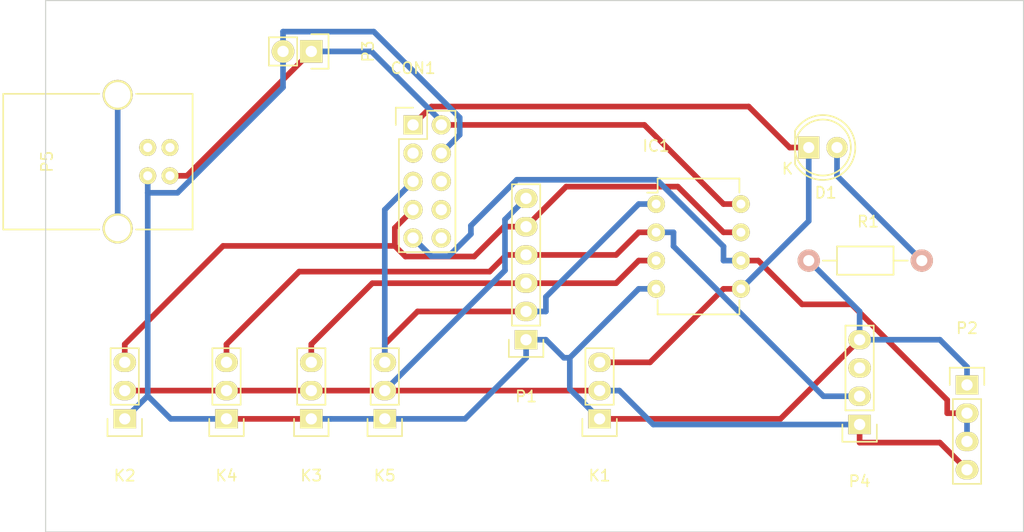
<source format=kicad_pcb>
(kicad_pcb (version 4) (host pcbnew 4.0.1-3.201512221402+6198~38~ubuntu14.04.1-stable)

  (general
    (links 41)
    (no_connects 0)
    (area 16.728999 160.985999 109.270001 208.838001)
    (thickness 1.6)
    (drawings 4)
    (tracks 122)
    (zones 0)
    (modules 14)
    (nets 19)
  )

  (page A4)
  (layers
    (0 F.Cu signal)
    (31 B.Cu signal)
    (32 B.Adhes user)
    (33 F.Adhes user)
    (34 B.Paste user)
    (35 F.Paste user)
    (36 B.SilkS user)
    (37 F.SilkS user)
    (38 B.Mask user)
    (39 F.Mask user)
    (40 Dwgs.User user)
    (41 Cmts.User user)
    (42 Eco1.User user)
    (43 Eco2.User user)
    (44 Edge.Cuts user)
  )

  (setup
    (last_trace_width 0.508)
    (trace_clearance 0.508)
    (zone_clearance 0.508)
    (zone_45_only no)
    (trace_min 0.254)
    (segment_width 0.2)
    (edge_width 0.1)
    (via_size 0.889)
    (via_drill 0.635)
    (via_min_size 0.889)
    (via_min_drill 0.508)
    (uvia_size 0.508)
    (uvia_drill 0.127)
    (uvias_allowed no)
    (uvia_min_size 0.508)
    (uvia_min_drill 0.127)
    (pcb_text_width 0.3)
    (pcb_text_size 1.5 1.5)
    (mod_edge_width 0.15)
    (mod_text_size 1 1)
    (mod_text_width 0.15)
    (pad_size 1.5 1.5)
    (pad_drill 0.6)
    (pad_to_mask_clearance 0)
    (aux_axis_origin 0 0)
    (visible_elements FFFFFFBF)
    (pcbplotparams
      (layerselection 0x00030_80000001)
      (usegerberextensions true)
      (excludeedgelayer true)
      (linewidth 0.150000)
      (plotframeref false)
      (viasonmask false)
      (mode 1)
      (useauxorigin false)
      (hpglpennumber 1)
      (hpglpenspeed 20)
      (hpglpendiameter 15)
      (hpglpenoverlay 2)
      (psnegative false)
      (psa4output false)
      (plotreference true)
      (plotvalue true)
      (plotinvisibletext false)
      (padsonsilk false)
      (subtractmaskfromsilk false)
      (outputformat 1)
      (mirror false)
      (drillshape 0)
      (scaleselection 1)
      (outputdirectory ""))
  )

  (net 0 "")
  (net 1 GND)
  (net 2 VCC)
  (net 3 "Net-(CON1-Pad1)")
  (net 4 "Net-(CON1-Pad2)")
  (net 5 "Net-(CON1-Pad3)")
  (net 6 "Net-(CON1-Pad5)")
  (net 7 "Net-(CON1-Pad6)")
  (net 8 "Net-(CON1-Pad7)")
  (net 9 "Net-(CON1-Pad8)")
  (net 10 "Net-(CON1-Pad9)")
  (net 11 "Net-(CON1-Pad10)")
  (net 12 "Net-(D1-Pad2)")
  (net 13 "Net-(IC1-Pad2)")
  (net 14 "Net-(IC1-Pad3)")
  (net 15 "Net-(P4-Pad3)")
  (net 16 "Net-(P5-Pad2)")
  (net 17 "Net-(P5-Pad3)")
  (net 18 "Net-(P5-Pad5)")

  (net_class Default "This is the default net class."
    (clearance 0.508)
    (trace_width 0.508)
    (via_dia 0.889)
    (via_drill 0.635)
    (uvia_dia 0.508)
    (uvia_drill 0.127)
    (add_net GND)
    (add_net "Net-(CON1-Pad1)")
    (add_net "Net-(CON1-Pad10)")
    (add_net "Net-(CON1-Pad2)")
    (add_net "Net-(CON1-Pad3)")
    (add_net "Net-(CON1-Pad5)")
    (add_net "Net-(CON1-Pad6)")
    (add_net "Net-(CON1-Pad7)")
    (add_net "Net-(CON1-Pad8)")
    (add_net "Net-(CON1-Pad9)")
    (add_net "Net-(D1-Pad2)")
    (add_net "Net-(IC1-Pad2)")
    (add_net "Net-(IC1-Pad3)")
    (add_net "Net-(P4-Pad3)")
    (add_net "Net-(P5-Pad2)")
    (add_net "Net-(P5-Pad3)")
    (add_net "Net-(P5-Pad5)")
    (add_net VCC)
  )

  (module Pin_Headers:Pin_Header_Straight_2x05 (layer F.Cu) (tedit 0) (tstamp 56A3A7CD)
    (at 51.308 29.972)
    (descr "Through hole pin header")
    (tags "pin header")
    (path /5695753F)
    (fp_text reference CON1 (at 0 -5.1) (layer F.SilkS)
      (effects (font (size 1 1) (thickness 0.15)))
    )
    (fp_text value AVR-ISP-10 (at 0 -3.1) (layer F.Fab)
      (effects (font (size 1 1) (thickness 0.15)))
    )
    (fp_line (start -1.75 -1.75) (end -1.75 11.95) (layer F.CrtYd) (width 0.05))
    (fp_line (start 4.3 -1.75) (end 4.3 11.95) (layer F.CrtYd) (width 0.05))
    (fp_line (start -1.75 -1.75) (end 4.3 -1.75) (layer F.CrtYd) (width 0.05))
    (fp_line (start -1.75 11.95) (end 4.3 11.95) (layer F.CrtYd) (width 0.05))
    (fp_line (start 3.81 -1.27) (end 3.81 11.43) (layer F.SilkS) (width 0.15))
    (fp_line (start 3.81 11.43) (end -1.27 11.43) (layer F.SilkS) (width 0.15))
    (fp_line (start -1.27 11.43) (end -1.27 1.27) (layer F.SilkS) (width 0.15))
    (fp_line (start 3.81 -1.27) (end 1.27 -1.27) (layer F.SilkS) (width 0.15))
    (fp_line (start 0 -1.55) (end -1.55 -1.55) (layer F.SilkS) (width 0.15))
    (fp_line (start 1.27 -1.27) (end 1.27 1.27) (layer F.SilkS) (width 0.15))
    (fp_line (start 1.27 1.27) (end -1.27 1.27) (layer F.SilkS) (width 0.15))
    (fp_line (start -1.55 -1.55) (end -1.55 0) (layer F.SilkS) (width 0.15))
    (pad 1 thru_hole rect (at 0 0) (size 1.7272 1.7272) (drill 1.016) (layers *.Cu *.Mask F.SilkS)
      (net 3 "Net-(CON1-Pad1)"))
    (pad 2 thru_hole oval (at 2.54 0) (size 1.7272 1.7272) (drill 1.016) (layers *.Cu *.Mask F.SilkS)
      (net 4 "Net-(CON1-Pad2)"))
    (pad 3 thru_hole oval (at 0 2.54) (size 1.7272 1.7272) (drill 1.016) (layers *.Cu *.Mask F.SilkS)
      (net 5 "Net-(CON1-Pad3)"))
    (pad 4 thru_hole oval (at 2.54 2.54) (size 1.7272 1.7272) (drill 1.016) (layers *.Cu *.Mask F.SilkS)
      (net 1 GND))
    (pad 5 thru_hole oval (at 0 5.08) (size 1.7272 1.7272) (drill 1.016) (layers *.Cu *.Mask F.SilkS)
      (net 6 "Net-(CON1-Pad5)"))
    (pad 6 thru_hole oval (at 2.54 5.08) (size 1.7272 1.7272) (drill 1.016) (layers *.Cu *.Mask F.SilkS)
      (net 7 "Net-(CON1-Pad6)"))
    (pad 7 thru_hole oval (at 0 7.62) (size 1.7272 1.7272) (drill 1.016) (layers *.Cu *.Mask F.SilkS)
      (net 8 "Net-(CON1-Pad7)"))
    (pad 8 thru_hole oval (at 2.54 7.62) (size 1.7272 1.7272) (drill 1.016) (layers *.Cu *.Mask F.SilkS)
      (net 9 "Net-(CON1-Pad8)"))
    (pad 9 thru_hole oval (at 0 10.16) (size 1.7272 1.7272) (drill 1.016) (layers *.Cu *.Mask F.SilkS)
      (net 10 "Net-(CON1-Pad9)"))
    (pad 10 thru_hole oval (at 2.54 10.16) (size 1.7272 1.7272) (drill 1.016) (layers *.Cu *.Mask F.SilkS)
      (net 11 "Net-(CON1-Pad10)"))
    (model Pin_Headers.3dshapes/Pin_Header_Straight_2x05.wrl
      (at (xyz 0.05 -0.2 0))
      (scale (xyz 1 1 1))
      (rotate (xyz 0 0 90))
    )
  )

  (module LEDs:LED-5MM (layer F.Cu) (tedit 5570F7EA) (tstamp 56A3A7D9)
    (at 86.868 32.004)
    (descr "LED 5mm round vertical")
    (tags "LED 5mm round vertical")
    (path /569574E7)
    (fp_text reference D1 (at 1.524 4.064) (layer F.SilkS)
      (effects (font (size 1 1) (thickness 0.15)))
    )
    (fp_text value LED (at 1.524 -3.937) (layer F.Fab)
      (effects (font (size 1 1) (thickness 0.15)))
    )
    (fp_line (start -1.5 -1.55) (end -1.5 1.55) (layer F.CrtYd) (width 0.05))
    (fp_arc (start 1.3 0) (end -1.5 1.55) (angle -302) (layer F.CrtYd) (width 0.05))
    (fp_arc (start 1.27 0) (end -1.23 -1.5) (angle 297.5) (layer F.SilkS) (width 0.15))
    (fp_line (start -1.23 1.5) (end -1.23 -1.5) (layer F.SilkS) (width 0.15))
    (fp_circle (center 1.27 0) (end 0.97 -2.5) (layer F.SilkS) (width 0.15))
    (fp_text user K (at -1.905 1.905) (layer F.SilkS)
      (effects (font (size 1 1) (thickness 0.15)))
    )
    (pad 1 thru_hole rect (at 0 0 90) (size 2 1.9) (drill 1.00076) (layers *.Cu *.Mask F.SilkS)
      (net 3 "Net-(CON1-Pad1)"))
    (pad 2 thru_hole circle (at 2.54 0) (size 1.9 1.9) (drill 1.00076) (layers *.Cu *.Mask F.SilkS)
      (net 12 "Net-(D1-Pad2)"))
    (model LEDs.3dshapes/LED-5MM.wrl
      (at (xyz 0.05 0 0))
      (scale (xyz 1 1 1))
      (rotate (xyz 0 0 90))
    )
  )

  (module Housings_DIP:DIP-8_W7.62mm (layer F.Cu) (tedit 54130A77) (tstamp 56A3A7F0)
    (at 73.152 37.084)
    (descr "8-lead dip package, row spacing 7.62 mm (300 mils)")
    (tags "dil dip 2.54 300")
    (path /569574C8)
    (fp_text reference IC1 (at 0 -5.22) (layer F.SilkS)
      (effects (font (size 1 1) (thickness 0.15)))
    )
    (fp_text value ATTINY85-P (at 0 -3.72) (layer F.Fab)
      (effects (font (size 1 1) (thickness 0.15)))
    )
    (fp_line (start -1.05 -2.45) (end -1.05 10.1) (layer F.CrtYd) (width 0.05))
    (fp_line (start 8.65 -2.45) (end 8.65 10.1) (layer F.CrtYd) (width 0.05))
    (fp_line (start -1.05 -2.45) (end 8.65 -2.45) (layer F.CrtYd) (width 0.05))
    (fp_line (start -1.05 10.1) (end 8.65 10.1) (layer F.CrtYd) (width 0.05))
    (fp_line (start 0.135 -2.295) (end 0.135 -1.025) (layer F.SilkS) (width 0.15))
    (fp_line (start 7.485 -2.295) (end 7.485 -1.025) (layer F.SilkS) (width 0.15))
    (fp_line (start 7.485 9.915) (end 7.485 8.645) (layer F.SilkS) (width 0.15))
    (fp_line (start 0.135 9.915) (end 0.135 8.645) (layer F.SilkS) (width 0.15))
    (fp_line (start 0.135 -2.295) (end 7.485 -2.295) (layer F.SilkS) (width 0.15))
    (fp_line (start 0.135 9.915) (end 7.485 9.915) (layer F.SilkS) (width 0.15))
    (fp_line (start 0.135 -1.025) (end -0.8 -1.025) (layer F.SilkS) (width 0.15))
    (pad 1 thru_hole oval (at 0 0) (size 1.6 1.6) (drill 0.8) (layers *.Cu *.Mask F.SilkS)
      (net 6 "Net-(CON1-Pad5)"))
    (pad 2 thru_hole oval (at 0 2.54) (size 1.6 1.6) (drill 0.8) (layers *.Cu *.Mask F.SilkS)
      (net 13 "Net-(IC1-Pad2)"))
    (pad 3 thru_hole oval (at 0 5.08) (size 1.6 1.6) (drill 0.8) (layers *.Cu *.Mask F.SilkS)
      (net 14 "Net-(IC1-Pad3)"))
    (pad 4 thru_hole oval (at 0 7.62) (size 1.6 1.6) (drill 0.8) (layers *.Cu *.Mask F.SilkS)
      (net 1 GND))
    (pad 5 thru_hole oval (at 7.62 7.62) (size 1.6 1.6) (drill 0.8) (layers *.Cu *.Mask F.SilkS)
      (net 3 "Net-(CON1-Pad1)"))
    (pad 6 thru_hole oval (at 7.62 5.08) (size 1.6 1.6) (drill 0.8) (layers *.Cu *.Mask F.SilkS)
      (net 10 "Net-(CON1-Pad9)"))
    (pad 7 thru_hole oval (at 7.62 2.54) (size 1.6 1.6) (drill 0.8) (layers *.Cu *.Mask F.SilkS)
      (net 8 "Net-(CON1-Pad7)"))
    (pad 8 thru_hole oval (at 7.62 0) (size 1.6 1.6) (drill 0.8) (layers *.Cu *.Mask F.SilkS)
      (net 4 "Net-(CON1-Pad2)"))
    (model Housings_DIP.3dshapes/DIP-8_W7.62mm.wrl
      (at (xyz 0 0 0))
      (scale (xyz 1 1 1))
      (rotate (xyz 0 0 0))
    )
  )

  (module Pin_Headers:Pin_Header_Straight_1x03 (layer F.Cu) (tedit 0) (tstamp 56A3A802)
    (at 68.072 56.388 180)
    (descr "Through hole pin header")
    (tags "pin header")
    (path /569A55D3)
    (fp_text reference K1 (at 0 -5.1 180) (layer F.SilkS)
      (effects (font (size 1 1) (thickness 0.15)))
    )
    (fp_text value CONN_3 (at 0 -3.1 180) (layer F.Fab)
      (effects (font (size 1 1) (thickness 0.15)))
    )
    (fp_line (start -1.75 -1.75) (end -1.75 6.85) (layer F.CrtYd) (width 0.05))
    (fp_line (start 1.75 -1.75) (end 1.75 6.85) (layer F.CrtYd) (width 0.05))
    (fp_line (start -1.75 -1.75) (end 1.75 -1.75) (layer F.CrtYd) (width 0.05))
    (fp_line (start -1.75 6.85) (end 1.75 6.85) (layer F.CrtYd) (width 0.05))
    (fp_line (start -1.27 1.27) (end -1.27 6.35) (layer F.SilkS) (width 0.15))
    (fp_line (start -1.27 6.35) (end 1.27 6.35) (layer F.SilkS) (width 0.15))
    (fp_line (start 1.27 6.35) (end 1.27 1.27) (layer F.SilkS) (width 0.15))
    (fp_line (start 1.55 -1.55) (end 1.55 0) (layer F.SilkS) (width 0.15))
    (fp_line (start 1.27 1.27) (end -1.27 1.27) (layer F.SilkS) (width 0.15))
    (fp_line (start -1.55 0) (end -1.55 -1.55) (layer F.SilkS) (width 0.15))
    (fp_line (start -1.55 -1.55) (end 1.55 -1.55) (layer F.SilkS) (width 0.15))
    (pad 1 thru_hole rect (at 0 0 180) (size 2.032 1.7272) (drill 1.016) (layers *.Cu *.Mask F.SilkS)
      (net 1 GND))
    (pad 2 thru_hole oval (at 0 2.54 180) (size 2.032 1.7272) (drill 1.016) (layers *.Cu *.Mask F.SilkS)
      (net 2 VCC))
    (pad 3 thru_hole oval (at 0 5.08 180) (size 2.032 1.7272) (drill 1.016) (layers *.Cu *.Mask F.SilkS)
      (net 3 "Net-(CON1-Pad1)"))
    (model Pin_Headers.3dshapes/Pin_Header_Straight_1x03.wrl
      (at (xyz 0 -0.1 0))
      (scale (xyz 1 1 1))
      (rotate (xyz 0 0 90))
    )
  )

  (module Pin_Headers:Pin_Header_Straight_1x03 (layer F.Cu) (tedit 0) (tstamp 56A3A814)
    (at 25.4 56.388 180)
    (descr "Through hole pin header")
    (tags "pin header")
    (path /569B024F)
    (fp_text reference K2 (at 0 -5.1 180) (layer F.SilkS)
      (effects (font (size 1 1) (thickness 0.15)))
    )
    (fp_text value CONN_3 (at 0 -3.1 180) (layer F.Fab)
      (effects (font (size 1 1) (thickness 0.15)))
    )
    (fp_line (start -1.75 -1.75) (end -1.75 6.85) (layer F.CrtYd) (width 0.05))
    (fp_line (start 1.75 -1.75) (end 1.75 6.85) (layer F.CrtYd) (width 0.05))
    (fp_line (start -1.75 -1.75) (end 1.75 -1.75) (layer F.CrtYd) (width 0.05))
    (fp_line (start -1.75 6.85) (end 1.75 6.85) (layer F.CrtYd) (width 0.05))
    (fp_line (start -1.27 1.27) (end -1.27 6.35) (layer F.SilkS) (width 0.15))
    (fp_line (start -1.27 6.35) (end 1.27 6.35) (layer F.SilkS) (width 0.15))
    (fp_line (start 1.27 6.35) (end 1.27 1.27) (layer F.SilkS) (width 0.15))
    (fp_line (start 1.55 -1.55) (end 1.55 0) (layer F.SilkS) (width 0.15))
    (fp_line (start 1.27 1.27) (end -1.27 1.27) (layer F.SilkS) (width 0.15))
    (fp_line (start -1.55 0) (end -1.55 -1.55) (layer F.SilkS) (width 0.15))
    (fp_line (start -1.55 -1.55) (end 1.55 -1.55) (layer F.SilkS) (width 0.15))
    (pad 1 thru_hole rect (at 0 0 180) (size 2.032 1.7272) (drill 1.016) (layers *.Cu *.Mask F.SilkS)
      (net 1 GND))
    (pad 2 thru_hole oval (at 0 2.54 180) (size 2.032 1.7272) (drill 1.016) (layers *.Cu *.Mask F.SilkS)
      (net 2 VCC))
    (pad 3 thru_hole oval (at 0 5.08 180) (size 2.032 1.7272) (drill 1.016) (layers *.Cu *.Mask F.SilkS)
      (net 8 "Net-(CON1-Pad7)"))
    (model Pin_Headers.3dshapes/Pin_Header_Straight_1x03.wrl
      (at (xyz 0 -0.1 0))
      (scale (xyz 1 1 1))
      (rotate (xyz 0 0 90))
    )
  )

  (module Pin_Headers:Pin_Header_Straight_1x03 (layer F.Cu) (tedit 0) (tstamp 56A3A826)
    (at 42.164 56.388 180)
    (descr "Through hole pin header")
    (tags "pin header")
    (path /569B02C5)
    (fp_text reference K3 (at 0 -5.1 180) (layer F.SilkS)
      (effects (font (size 1 1) (thickness 0.15)))
    )
    (fp_text value CONN_3 (at 0 -3.1 180) (layer F.Fab)
      (effects (font (size 1 1) (thickness 0.15)))
    )
    (fp_line (start -1.75 -1.75) (end -1.75 6.85) (layer F.CrtYd) (width 0.05))
    (fp_line (start 1.75 -1.75) (end 1.75 6.85) (layer F.CrtYd) (width 0.05))
    (fp_line (start -1.75 -1.75) (end 1.75 -1.75) (layer F.CrtYd) (width 0.05))
    (fp_line (start -1.75 6.85) (end 1.75 6.85) (layer F.CrtYd) (width 0.05))
    (fp_line (start -1.27 1.27) (end -1.27 6.35) (layer F.SilkS) (width 0.15))
    (fp_line (start -1.27 6.35) (end 1.27 6.35) (layer F.SilkS) (width 0.15))
    (fp_line (start 1.27 6.35) (end 1.27 1.27) (layer F.SilkS) (width 0.15))
    (fp_line (start 1.55 -1.55) (end 1.55 0) (layer F.SilkS) (width 0.15))
    (fp_line (start 1.27 1.27) (end -1.27 1.27) (layer F.SilkS) (width 0.15))
    (fp_line (start -1.55 0) (end -1.55 -1.55) (layer F.SilkS) (width 0.15))
    (fp_line (start -1.55 -1.55) (end 1.55 -1.55) (layer F.SilkS) (width 0.15))
    (pad 1 thru_hole rect (at 0 0 180) (size 2.032 1.7272) (drill 1.016) (layers *.Cu *.Mask F.SilkS)
      (net 1 GND))
    (pad 2 thru_hole oval (at 0 2.54 180) (size 2.032 1.7272) (drill 1.016) (layers *.Cu *.Mask F.SilkS)
      (net 2 VCC))
    (pad 3 thru_hole oval (at 0 5.08 180) (size 2.032 1.7272) (drill 1.016) (layers *.Cu *.Mask F.SilkS)
      (net 14 "Net-(IC1-Pad3)"))
    (model Pin_Headers.3dshapes/Pin_Header_Straight_1x03.wrl
      (at (xyz 0 -0.1 0))
      (scale (xyz 1 1 1))
      (rotate (xyz 0 0 90))
    )
  )

  (module Pin_Headers:Pin_Header_Straight_1x03 (layer F.Cu) (tedit 0) (tstamp 56A3A838)
    (at 34.544 56.388 180)
    (descr "Through hole pin header")
    (tags "pin header")
    (path /569B02B1)
    (fp_text reference K4 (at 0 -5.1 180) (layer F.SilkS)
      (effects (font (size 1 1) (thickness 0.15)))
    )
    (fp_text value CONN_3 (at 0 -3.1 180) (layer F.Fab)
      (effects (font (size 1 1) (thickness 0.15)))
    )
    (fp_line (start -1.75 -1.75) (end -1.75 6.85) (layer F.CrtYd) (width 0.05))
    (fp_line (start 1.75 -1.75) (end 1.75 6.85) (layer F.CrtYd) (width 0.05))
    (fp_line (start -1.75 -1.75) (end 1.75 -1.75) (layer F.CrtYd) (width 0.05))
    (fp_line (start -1.75 6.85) (end 1.75 6.85) (layer F.CrtYd) (width 0.05))
    (fp_line (start -1.27 1.27) (end -1.27 6.35) (layer F.SilkS) (width 0.15))
    (fp_line (start -1.27 6.35) (end 1.27 6.35) (layer F.SilkS) (width 0.15))
    (fp_line (start 1.27 6.35) (end 1.27 1.27) (layer F.SilkS) (width 0.15))
    (fp_line (start 1.55 -1.55) (end 1.55 0) (layer F.SilkS) (width 0.15))
    (fp_line (start 1.27 1.27) (end -1.27 1.27) (layer F.SilkS) (width 0.15))
    (fp_line (start -1.55 0) (end -1.55 -1.55) (layer F.SilkS) (width 0.15))
    (fp_line (start -1.55 -1.55) (end 1.55 -1.55) (layer F.SilkS) (width 0.15))
    (pad 1 thru_hole rect (at 0 0 180) (size 2.032 1.7272) (drill 1.016) (layers *.Cu *.Mask F.SilkS)
      (net 1 GND))
    (pad 2 thru_hole oval (at 0 2.54 180) (size 2.032 1.7272) (drill 1.016) (layers *.Cu *.Mask F.SilkS)
      (net 2 VCC))
    (pad 3 thru_hole oval (at 0 5.08 180) (size 2.032 1.7272) (drill 1.016) (layers *.Cu *.Mask F.SilkS)
      (net 13 "Net-(IC1-Pad2)"))
    (model Pin_Headers.3dshapes/Pin_Header_Straight_1x03.wrl
      (at (xyz 0 -0.1 0))
      (scale (xyz 1 1 1))
      (rotate (xyz 0 0 90))
    )
  )

  (module Pin_Headers:Pin_Header_Straight_1x03 (layer F.Cu) (tedit 0) (tstamp 56A3A84A)
    (at 48.768 56.388 180)
    (descr "Through hole pin header")
    (tags "pin header")
    (path /569B02D9)
    (fp_text reference K5 (at 0 -5.1 180) (layer F.SilkS)
      (effects (font (size 1 1) (thickness 0.15)))
    )
    (fp_text value CONN_3 (at 0 -3.1 180) (layer F.Fab)
      (effects (font (size 1 1) (thickness 0.15)))
    )
    (fp_line (start -1.75 -1.75) (end -1.75 6.85) (layer F.CrtYd) (width 0.05))
    (fp_line (start 1.75 -1.75) (end 1.75 6.85) (layer F.CrtYd) (width 0.05))
    (fp_line (start -1.75 -1.75) (end 1.75 -1.75) (layer F.CrtYd) (width 0.05))
    (fp_line (start -1.75 6.85) (end 1.75 6.85) (layer F.CrtYd) (width 0.05))
    (fp_line (start -1.27 1.27) (end -1.27 6.35) (layer F.SilkS) (width 0.15))
    (fp_line (start -1.27 6.35) (end 1.27 6.35) (layer F.SilkS) (width 0.15))
    (fp_line (start 1.27 6.35) (end 1.27 1.27) (layer F.SilkS) (width 0.15))
    (fp_line (start 1.55 -1.55) (end 1.55 0) (layer F.SilkS) (width 0.15))
    (fp_line (start 1.27 1.27) (end -1.27 1.27) (layer F.SilkS) (width 0.15))
    (fp_line (start -1.55 0) (end -1.55 -1.55) (layer F.SilkS) (width 0.15))
    (fp_line (start -1.55 -1.55) (end 1.55 -1.55) (layer F.SilkS) (width 0.15))
    (pad 1 thru_hole rect (at 0 0 180) (size 2.032 1.7272) (drill 1.016) (layers *.Cu *.Mask F.SilkS)
      (net 1 GND))
    (pad 2 thru_hole oval (at 0 2.54 180) (size 2.032 1.7272) (drill 1.016) (layers *.Cu *.Mask F.SilkS)
      (net 2 VCC))
    (pad 3 thru_hole oval (at 0 5.08 180) (size 2.032 1.7272) (drill 1.016) (layers *.Cu *.Mask F.SilkS)
      (net 6 "Net-(CON1-Pad5)"))
    (model Pin_Headers.3dshapes/Pin_Header_Straight_1x03.wrl
      (at (xyz 0 -0.1 0))
      (scale (xyz 1 1 1))
      (rotate (xyz 0 0 90))
    )
  )

  (module Pin_Headers:Pin_Header_Straight_1x06 (layer F.Cu) (tedit 0) (tstamp 56A3A85F)
    (at 61.468 49.276 180)
    (descr "Through hole pin header")
    (tags "pin header")
    (path /569A590C)
    (fp_text reference P1 (at 0 -5.1 180) (layer F.SilkS)
      (effects (font (size 1 1) (thickness 0.15)))
    )
    (fp_text value CONN_6 (at 0 -3.1 180) (layer F.Fab)
      (effects (font (size 1 1) (thickness 0.15)))
    )
    (fp_line (start -1.75 -1.75) (end -1.75 14.45) (layer F.CrtYd) (width 0.05))
    (fp_line (start 1.75 -1.75) (end 1.75 14.45) (layer F.CrtYd) (width 0.05))
    (fp_line (start -1.75 -1.75) (end 1.75 -1.75) (layer F.CrtYd) (width 0.05))
    (fp_line (start -1.75 14.45) (end 1.75 14.45) (layer F.CrtYd) (width 0.05))
    (fp_line (start 1.27 1.27) (end 1.27 13.97) (layer F.SilkS) (width 0.15))
    (fp_line (start 1.27 13.97) (end -1.27 13.97) (layer F.SilkS) (width 0.15))
    (fp_line (start -1.27 13.97) (end -1.27 1.27) (layer F.SilkS) (width 0.15))
    (fp_line (start 1.55 -1.55) (end 1.55 0) (layer F.SilkS) (width 0.15))
    (fp_line (start 1.27 1.27) (end -1.27 1.27) (layer F.SilkS) (width 0.15))
    (fp_line (start -1.55 0) (end -1.55 -1.55) (layer F.SilkS) (width 0.15))
    (fp_line (start -1.55 -1.55) (end 1.55 -1.55) (layer F.SilkS) (width 0.15))
    (pad 1 thru_hole rect (at 0 0 180) (size 2.032 1.7272) (drill 1.016) (layers *.Cu *.Mask F.SilkS)
      (net 1 GND))
    (pad 2 thru_hole oval (at 0 2.54 180) (size 2.032 1.7272) (drill 1.016) (layers *.Cu *.Mask F.SilkS)
      (net 6 "Net-(CON1-Pad5)"))
    (pad 3 thru_hole oval (at 0 5.08 180) (size 2.032 1.7272) (drill 1.016) (layers *.Cu *.Mask F.SilkS)
      (net 14 "Net-(IC1-Pad3)"))
    (pad 4 thru_hole oval (at 0 7.62 180) (size 2.032 1.7272) (drill 1.016) (layers *.Cu *.Mask F.SilkS)
      (net 13 "Net-(IC1-Pad2)"))
    (pad 5 thru_hole oval (at 0 10.16 180) (size 2.032 1.7272) (drill 1.016) (layers *.Cu *.Mask F.SilkS)
      (net 8 "Net-(CON1-Pad7)"))
    (pad 6 thru_hole oval (at 0 12.7 180) (size 2.032 1.7272) (drill 1.016) (layers *.Cu *.Mask F.SilkS)
      (net 2 VCC))
    (model Pin_Headers.3dshapes/Pin_Header_Straight_1x06.wrl
      (at (xyz 0 -0.25 0))
      (scale (xyz 1 1 1))
      (rotate (xyz 0 0 90))
    )
  )

  (module Pin_Headers:Pin_Header_Straight_1x04 (layer F.Cu) (tedit 0) (tstamp 56A3A872)
    (at 101.092 53.34)
    (descr "Through hole pin header")
    (tags "pin header")
    (path /569A574E)
    (fp_text reference P2 (at 0 -5.1) (layer F.SilkS)
      (effects (font (size 1 1) (thickness 0.15)))
    )
    (fp_text value CONN_4 (at 0 -3.1) (layer F.Fab)
      (effects (font (size 1 1) (thickness 0.15)))
    )
    (fp_line (start -1.75 -1.75) (end -1.75 9.4) (layer F.CrtYd) (width 0.05))
    (fp_line (start 1.75 -1.75) (end 1.75 9.4) (layer F.CrtYd) (width 0.05))
    (fp_line (start -1.75 -1.75) (end 1.75 -1.75) (layer F.CrtYd) (width 0.05))
    (fp_line (start -1.75 9.4) (end 1.75 9.4) (layer F.CrtYd) (width 0.05))
    (fp_line (start -1.27 1.27) (end -1.27 8.89) (layer F.SilkS) (width 0.15))
    (fp_line (start 1.27 1.27) (end 1.27 8.89) (layer F.SilkS) (width 0.15))
    (fp_line (start 1.55 -1.55) (end 1.55 0) (layer F.SilkS) (width 0.15))
    (fp_line (start -1.27 8.89) (end 1.27 8.89) (layer F.SilkS) (width 0.15))
    (fp_line (start 1.27 1.27) (end -1.27 1.27) (layer F.SilkS) (width 0.15))
    (fp_line (start -1.55 0) (end -1.55 -1.55) (layer F.SilkS) (width 0.15))
    (fp_line (start -1.55 -1.55) (end 1.55 -1.55) (layer F.SilkS) (width 0.15))
    (pad 1 thru_hole rect (at 0 0) (size 2.032 1.7272) (drill 1.016) (layers *.Cu *.Mask F.SilkS)
      (net 1 GND))
    (pad 2 thru_hole oval (at 0 2.54) (size 2.032 1.7272) (drill 1.016) (layers *.Cu *.Mask F.SilkS)
      (net 10 "Net-(CON1-Pad9)"))
    (pad 3 thru_hole oval (at 0 5.08) (size 2.032 1.7272) (drill 1.016) (layers *.Cu *.Mask F.SilkS)
      (net 10 "Net-(CON1-Pad9)"))
    (pad 4 thru_hole oval (at 0 7.62) (size 2.032 1.7272) (drill 1.016) (layers *.Cu *.Mask F.SilkS)
      (net 2 VCC))
    (model Pin_Headers.3dshapes/Pin_Header_Straight_1x04.wrl
      (at (xyz 0 -0.15 0))
      (scale (xyz 1 1 1))
      (rotate (xyz 0 0 90))
    )
  )

  (module Pin_Headers:Pin_Header_Straight_1x02 (layer F.Cu) (tedit 54EA090C) (tstamp 56A3A883)
    (at 42.164 23.368 270)
    (descr "Through hole pin header")
    (tags "pin header")
    (path /569AF4C1)
    (fp_text reference P3 (at 0 -5.1 270) (layer F.SilkS)
      (effects (font (size 1 1) (thickness 0.15)))
    )
    (fp_text value CONN_2 (at 0 -3.1 270) (layer F.Fab)
      (effects (font (size 1 1) (thickness 0.15)))
    )
    (fp_line (start 1.27 1.27) (end 1.27 3.81) (layer F.SilkS) (width 0.15))
    (fp_line (start 1.55 -1.55) (end 1.55 0) (layer F.SilkS) (width 0.15))
    (fp_line (start -1.75 -1.75) (end -1.75 4.3) (layer F.CrtYd) (width 0.05))
    (fp_line (start 1.75 -1.75) (end 1.75 4.3) (layer F.CrtYd) (width 0.05))
    (fp_line (start -1.75 -1.75) (end 1.75 -1.75) (layer F.CrtYd) (width 0.05))
    (fp_line (start -1.75 4.3) (end 1.75 4.3) (layer F.CrtYd) (width 0.05))
    (fp_line (start 1.27 1.27) (end -1.27 1.27) (layer F.SilkS) (width 0.15))
    (fp_line (start -1.55 0) (end -1.55 -1.55) (layer F.SilkS) (width 0.15))
    (fp_line (start -1.55 -1.55) (end 1.55 -1.55) (layer F.SilkS) (width 0.15))
    (fp_line (start -1.27 1.27) (end -1.27 3.81) (layer F.SilkS) (width 0.15))
    (fp_line (start -1.27 3.81) (end 1.27 3.81) (layer F.SilkS) (width 0.15))
    (pad 1 thru_hole rect (at 0 0 270) (size 2.032 2.032) (drill 1.016) (layers *.Cu *.Mask F.SilkS)
      (net 4 "Net-(CON1-Pad2)"))
    (pad 2 thru_hole oval (at 0 2.54 270) (size 2.032 2.032) (drill 1.016) (layers *.Cu *.Mask F.SilkS)
      (net 1 GND))
    (model Pin_Headers.3dshapes/Pin_Header_Straight_1x02.wrl
      (at (xyz 0 -0.05 0))
      (scale (xyz 1 1 1))
      (rotate (xyz 0 0 90))
    )
  )

  (module Pin_Headers:Pin_Header_Straight_1x04 (layer F.Cu) (tedit 0) (tstamp 56A3A896)
    (at 91.44 56.896 180)
    (descr "Through hole pin header")
    (tags "pin header")
    (path /569B04B6)
    (fp_text reference P4 (at 0 -5.1 180) (layer F.SilkS)
      (effects (font (size 1 1) (thickness 0.15)))
    )
    (fp_text value CONN_4 (at 0 -3.1 180) (layer F.Fab)
      (effects (font (size 1 1) (thickness 0.15)))
    )
    (fp_line (start -1.75 -1.75) (end -1.75 9.4) (layer F.CrtYd) (width 0.05))
    (fp_line (start 1.75 -1.75) (end 1.75 9.4) (layer F.CrtYd) (width 0.05))
    (fp_line (start -1.75 -1.75) (end 1.75 -1.75) (layer F.CrtYd) (width 0.05))
    (fp_line (start -1.75 9.4) (end 1.75 9.4) (layer F.CrtYd) (width 0.05))
    (fp_line (start -1.27 1.27) (end -1.27 8.89) (layer F.SilkS) (width 0.15))
    (fp_line (start 1.27 1.27) (end 1.27 8.89) (layer F.SilkS) (width 0.15))
    (fp_line (start 1.55 -1.55) (end 1.55 0) (layer F.SilkS) (width 0.15))
    (fp_line (start -1.27 8.89) (end 1.27 8.89) (layer F.SilkS) (width 0.15))
    (fp_line (start 1.27 1.27) (end -1.27 1.27) (layer F.SilkS) (width 0.15))
    (fp_line (start -1.55 0) (end -1.55 -1.55) (layer F.SilkS) (width 0.15))
    (fp_line (start -1.55 -1.55) (end 1.55 -1.55) (layer F.SilkS) (width 0.15))
    (pad 1 thru_hole rect (at 0 0 180) (size 2.032 1.7272) (drill 1.016) (layers *.Cu *.Mask F.SilkS)
      (net 2 VCC))
    (pad 2 thru_hole oval (at 0 2.54 180) (size 2.032 1.7272) (drill 1.016) (layers *.Cu *.Mask F.SilkS)
      (net 13 "Net-(IC1-Pad2)"))
    (pad 3 thru_hole oval (at 0 5.08 180) (size 2.032 1.7272) (drill 1.016) (layers *.Cu *.Mask F.SilkS)
      (net 15 "Net-(P4-Pad3)"))
    (pad 4 thru_hole oval (at 0 7.62 180) (size 2.032 1.7272) (drill 1.016) (layers *.Cu *.Mask F.SilkS)
      (net 1 GND))
    (model Pin_Headers.3dshapes/Pin_Header_Straight_1x04.wrl
      (at (xyz 0 -0.15 0))
      (scale (xyz 1 1 1))
      (rotate (xyz 0 0 90))
    )
  )

  (module Connect:USB_B (layer F.Cu) (tedit 55B36073) (tstamp 56A3A8AA)
    (at 29.464 34.544 180)
    (descr "USB B connector")
    (tags "USB_B USB_DEV")
    (path /56A377A1)
    (fp_text reference P5 (at 11.049 1.27 270) (layer F.SilkS)
      (effects (font (size 1 1) (thickness 0.15)))
    )
    (fp_text value USB_B (at 4.699 1.27 270) (layer F.Fab)
      (effects (font (size 1 1) (thickness 0.15)))
    )
    (fp_line (start 15.25 8.9) (end -2.3 8.9) (layer F.CrtYd) (width 0.05))
    (fp_line (start -2.3 8.9) (end -2.3 -6.35) (layer F.CrtYd) (width 0.05))
    (fp_line (start -2.3 -6.35) (end 15.25 -6.35) (layer F.CrtYd) (width 0.05))
    (fp_line (start 15.25 -6.35) (end 15.25 8.9) (layer F.CrtYd) (width 0.05))
    (fp_line (start 6.35 7.366) (end 14.986 7.366) (layer F.SilkS) (width 0.15))
    (fp_line (start -2.032 7.366) (end 3.048 7.366) (layer F.SilkS) (width 0.15))
    (fp_line (start 6.35 -4.826) (end 14.986 -4.826) (layer F.SilkS) (width 0.15))
    (fp_line (start -2.032 -4.826) (end 3.048 -4.826) (layer F.SilkS) (width 0.15))
    (fp_line (start 14.986 -4.826) (end 14.986 7.366) (layer F.SilkS) (width 0.15))
    (fp_line (start -2.032 7.366) (end -2.032 -4.826) (layer F.SilkS) (width 0.15))
    (pad 2 thru_hole circle (at 0 2.54 90) (size 1.524 1.524) (drill 0.8128) (layers *.Cu *.Mask F.SilkS)
      (net 16 "Net-(P5-Pad2)"))
    (pad 1 thru_hole circle (at 0 0 90) (size 1.524 1.524) (drill 0.8128) (layers *.Cu *.Mask F.SilkS)
      (net 4 "Net-(CON1-Pad2)"))
    (pad 4 thru_hole circle (at 1.99898 0 90) (size 1.524 1.524) (drill 0.8128) (layers *.Cu *.Mask F.SilkS)
      (net 1 GND))
    (pad 3 thru_hole circle (at 1.99898 2.54 90) (size 1.524 1.524) (drill 0.8128) (layers *.Cu *.Mask F.SilkS)
      (net 17 "Net-(P5-Pad3)"))
    (pad 5 thru_hole circle (at 4.699 7.26948 90) (size 2.70002 2.70002) (drill 2.30124) (layers *.Cu *.Mask F.SilkS)
      (net 18 "Net-(P5-Pad5)"))
    (pad 5 thru_hole circle (at 4.699 -4.72948 90) (size 2.70002 2.70002) (drill 2.30124) (layers *.Cu *.Mask F.SilkS)
      (net 18 "Net-(P5-Pad5)"))
    (model Connect.3dshapes/USB_B.wrl
      (at (xyz 0.185 -0.05 0.001))
      (scale (xyz 0.3937 0.3937 0.3937))
      (rotate (xyz 0 0 -90))
    )
  )

  (module Resistors_ThroughHole:Resistor_Horizontal_RM10mm (layer F.Cu) (tedit 53F56209) (tstamp 56A3A8B6)
    (at 91.948 42.164)
    (descr "Resistor, Axial,  RM 10mm, 1/3W,")
    (tags "Resistor, Axial, RM 10mm, 1/3W,")
    (path /569573E2)
    (fp_text reference R1 (at 0.24892 -3.50012) (layer F.SilkS)
      (effects (font (size 1 1) (thickness 0.15)))
    )
    (fp_text value 1k (at 3.81 3.81) (layer F.Fab)
      (effects (font (size 1 1) (thickness 0.15)))
    )
    (fp_line (start -2.54 -1.27) (end 2.54 -1.27) (layer F.SilkS) (width 0.15))
    (fp_line (start 2.54 -1.27) (end 2.54 1.27) (layer F.SilkS) (width 0.15))
    (fp_line (start 2.54 1.27) (end -2.54 1.27) (layer F.SilkS) (width 0.15))
    (fp_line (start -2.54 1.27) (end -2.54 -1.27) (layer F.SilkS) (width 0.15))
    (fp_line (start -2.54 0) (end -3.81 0) (layer F.SilkS) (width 0.15))
    (fp_line (start 2.54 0) (end 3.81 0) (layer F.SilkS) (width 0.15))
    (pad 1 thru_hole circle (at -5.08 0) (size 1.99898 1.99898) (drill 1.00076) (layers *.Cu *.SilkS *.Mask)
      (net 1 GND))
    (pad 2 thru_hole circle (at 5.08 0) (size 1.99898 1.99898) (drill 1.00076) (layers *.Cu *.SilkS *.Mask)
      (net 12 "Net-(D1-Pad2)"))
    (model Resistors_ThroughHole.3dshapes/Resistor_Horizontal_RM10mm.wrl
      (at (xyz 0 0 0))
      (scale (xyz 0.4 0.4 0.4))
      (rotate (xyz 0 0 0))
    )
  )

  (gr_line (start 18.288 66.548) (end 18.288 18.796) (angle 90) (layer Edge.Cuts) (width 0.1))
  (gr_line (start 106.172 66.548) (end 18.288 66.548) (angle 90) (layer Edge.Cuts) (width 0.1))
  (gr_line (start 106.172 18.796) (end 106.172 66.548) (angle 90) (layer Edge.Cuts) (width 0.1))
  (gr_line (start 18.288 18.796) (end 106.172 18.796) (angle 90) (layer Edge.Cuts) (width 0.1))

  (segment (start 91.44 46.736) (end 91.44 49.276) (width 0.508) (layer B.Cu) (net 1))
  (segment (start 86.868 42.164) (end 91.44 46.736) (width 0.508) (layer B.Cu) (net 1))
  (segment (start 101.092 53.34) (end 101.092 51.7141) (width 0.508) (layer B.Cu) (net 1))
  (segment (start 98.6539 49.276) (end 101.092 51.7141) (width 0.508) (layer B.Cu) (net 1))
  (segment (start 91.44 49.276) (end 98.6539 49.276) (width 0.508) (layer B.Cu) (net 1))
  (segment (start 42.164 56.388) (end 34.544 56.388) (width 0.508) (layer F.Cu) (net 1))
  (segment (start 55.5016 30.8584) (end 53.848 32.512) (width 0.508) (layer B.Cu) (net 1))
  (segment (start 55.5016 29.3101) (end 55.5016 30.8584) (width 0.508) (layer B.Cu) (net 1))
  (segment (start 47.7812 21.5897) (end 55.5016 29.3101) (width 0.508) (layer B.Cu) (net 1))
  (segment (start 39.624 21.5897) (end 47.7812 21.5897) (width 0.508) (layer B.Cu) (net 1))
  (segment (start 39.624 23.368) (end 39.624 21.5897) (width 0.508) (layer B.Cu) (net 1))
  (segment (start 29.53 56.388) (end 27.465 54.323) (width 0.508) (layer B.Cu) (net 1))
  (segment (start 34.544 56.388) (end 29.53 56.388) (width 0.508) (layer B.Cu) (net 1))
  (segment (start 25.4 56.388) (end 27.465 54.323) (width 0.508) (layer B.Cu) (net 1))
  (segment (start 39.624 26.5901) (end 39.624 23.368) (width 0.508) (layer B.Cu) (net 1))
  (segment (start 30.1424 36.0717) (end 39.624 26.5901) (width 0.508) (layer B.Cu) (net 1))
  (segment (start 27.465 36.0717) (end 30.1424 36.0717) (width 0.508) (layer B.Cu) (net 1))
  (segment (start 27.465 54.323) (end 27.465 36.0717) (width 0.508) (layer B.Cu) (net 1))
  (segment (start 27.465 36.0717) (end 27.465 34.544) (width 0.508) (layer B.Cu) (net 1))
  (segment (start 42.164 56.388) (end 43.9423 56.388) (width 0.508) (layer B.Cu) (net 1))
  (segment (start 73.152 44.704) (end 71.5897 44.704) (width 0.508) (layer B.Cu) (net 1))
  (segment (start 65.3954 53.7114) (end 65.3954 50.8983) (width 0.508) (layer B.Cu) (net 1))
  (segment (start 68.072 56.388) (end 65.3954 53.7114) (width 0.508) (layer B.Cu) (net 1))
  (segment (start 65.3954 50.8983) (end 71.5897 44.704) (width 0.508) (layer B.Cu) (net 1))
  (segment (start 64.8686 50.8983) (end 63.2463 49.276) (width 0.508) (layer B.Cu) (net 1))
  (segment (start 65.3954 50.8983) (end 64.8686 50.8983) (width 0.508) (layer B.Cu) (net 1))
  (segment (start 61.468 49.276) (end 63.2463 49.276) (width 0.508) (layer B.Cu) (net 1))
  (segment (start 43.9423 56.388) (end 48.768 56.388) (width 0.508) (layer B.Cu) (net 1))
  (segment (start 55.9819 56.388) (end 61.468 50.9019) (width 0.508) (layer B.Cu) (net 1))
  (segment (start 48.768 56.388) (end 55.9819 56.388) (width 0.508) (layer B.Cu) (net 1))
  (segment (start 61.468 49.276) (end 61.468 50.9019) (width 0.508) (layer B.Cu) (net 1))
  (segment (start 84.328 56.388) (end 68.072 56.388) (width 0.508) (layer F.Cu) (net 1))
  (segment (start 91.44 49.276) (end 84.328 56.388) (width 0.508) (layer F.Cu) (net 1))
  (segment (start 42.164 53.848) (end 34.544 53.848) (width 0.508) (layer F.Cu) (net 2))
  (segment (start 34.544 53.848) (end 25.4 53.848) (width 0.508) (layer F.Cu) (net 2))
  (segment (start 42.164 53.848) (end 48.768 53.848) (width 0.508) (layer F.Cu) (net 2))
  (segment (start 48.768 53.848) (end 68.072 53.848) (width 0.508) (layer F.Cu) (net 2))
  (segment (start 98.6539 58.5219) (end 101.092 60.96) (width 0.508) (layer F.Cu) (net 2))
  (segment (start 91.44 58.5219) (end 98.6539 58.5219) (width 0.508) (layer F.Cu) (net 2))
  (segment (start 91.44 56.896) (end 91.44 58.5219) (width 0.508) (layer F.Cu) (net 2))
  (segment (start 72.8983 56.896) (end 69.8503 53.848) (width 0.508) (layer B.Cu) (net 2))
  (segment (start 91.44 56.896) (end 72.8983 56.896) (width 0.508) (layer B.Cu) (net 2))
  (segment (start 68.072 53.848) (end 69.8503 53.848) (width 0.508) (layer B.Cu) (net 2))
  (segment (start 59.5706 38.4734) (end 61.468 36.576) (width 0.508) (layer B.Cu) (net 2))
  (segment (start 59.5706 43.0454) (end 59.5706 38.4734) (width 0.508) (layer B.Cu) (net 2))
  (segment (start 48.768 53.848) (end 59.5706 43.0454) (width 0.508) (layer B.Cu) (net 2))
  (segment (start 86.868 38.608) (end 86.868 32.004) (width 0.508) (layer B.Cu) (net 3))
  (segment (start 80.772 44.704) (end 86.868 38.608) (width 0.508) (layer B.Cu) (net 3))
  (segment (start 52.9588 28.3212) (end 51.308 29.972) (width 0.508) (layer F.Cu) (net 3))
  (segment (start 81.4729 28.3212) (end 52.9588 28.3212) (width 0.508) (layer F.Cu) (net 3))
  (segment (start 85.1557 32.004) (end 81.4729 28.3212) (width 0.508) (layer F.Cu) (net 3))
  (segment (start 86.868 32.004) (end 85.1557 32.004) (width 0.508) (layer F.Cu) (net 3))
  (segment (start 72.6057 51.308) (end 79.2097 44.704) (width 0.508) (layer F.Cu) (net 3))
  (segment (start 68.072 51.308) (end 72.6057 51.308) (width 0.508) (layer F.Cu) (net 3))
  (segment (start 80.772 44.704) (end 79.2097 44.704) (width 0.508) (layer F.Cu) (net 3))
  (segment (start 30.988 34.544) (end 42.164 23.368) (width 0.508) (layer F.Cu) (net 4))
  (segment (start 29.464 34.544) (end 30.988 34.544) (width 0.508) (layer F.Cu) (net 4))
  (segment (start 72.0977 29.972) (end 79.2097 37.084) (width 0.508) (layer F.Cu) (net 4))
  (segment (start 53.848 29.972) (end 72.0977 29.972) (width 0.508) (layer F.Cu) (net 4))
  (segment (start 80.772 37.084) (end 79.2097 37.084) (width 0.508) (layer F.Cu) (net 4))
  (segment (start 53.848 29.6427) (end 53.848 29.972) (width 0.508) (layer B.Cu) (net 4))
  (segment (start 47.5733 23.368) (end 53.848 29.6427) (width 0.508) (layer B.Cu) (net 4))
  (segment (start 42.164 23.368) (end 47.5733 23.368) (width 0.508) (layer B.Cu) (net 4))
  (segment (start 51.7141 46.736) (end 48.768 49.6821) (width 0.508) (layer F.Cu) (net 6))
  (segment (start 61.468 46.736) (end 51.7141 46.736) (width 0.508) (layer F.Cu) (net 6))
  (segment (start 48.768 51.308) (end 48.768 49.6821) (width 0.508) (layer F.Cu) (net 6))
  (segment (start 48.768 37.592) (end 51.308 35.052) (width 0.508) (layer B.Cu) (net 6))
  (segment (start 48.768 51.308) (end 48.768 37.592) (width 0.508) (layer B.Cu) (net 6))
  (segment (start 63.2463 45.4274) (end 63.2463 46.736) (width 0.508) (layer B.Cu) (net 6))
  (segment (start 71.5897 37.084) (end 63.2463 45.4274) (width 0.508) (layer B.Cu) (net 6))
  (segment (start 73.152 37.084) (end 71.5897 37.084) (width 0.508) (layer B.Cu) (net 6))
  (segment (start 61.468 46.736) (end 63.2463 46.736) (width 0.508) (layer B.Cu) (net 6))
  (segment (start 80.772 39.624) (end 79.2097 39.624) (width 0.508) (layer F.Cu) (net 8))
  (segment (start 65.0651 35.5189) (end 61.468 39.116) (width 0.508) (layer F.Cu) (net 8))
  (segment (start 75.1046 35.5189) (end 65.0651 35.5189) (width 0.508) (layer F.Cu) (net 8))
  (segment (start 79.2097 39.624) (end 75.1046 35.5189) (width 0.508) (layer F.Cu) (net 8))
  (segment (start 25.4 51.308) (end 25.4 49.6821) (width 0.508) (layer F.Cu) (net 8))
  (segment (start 34.2365 40.8456) (end 49.671 40.8456) (width 0.508) (layer F.Cu) (net 8))
  (segment (start 25.4 49.6821) (end 34.2365 40.8456) (width 0.508) (layer F.Cu) (net 8))
  (segment (start 50.6229 41.7975) (end 49.671 40.8456) (width 0.508) (layer F.Cu) (net 8))
  (segment (start 56.8047 41.7975) (end 50.6229 41.7975) (width 0.508) (layer F.Cu) (net 8))
  (segment (start 59.4862 39.116) (end 56.8047 41.7975) (width 0.508) (layer F.Cu) (net 8))
  (segment (start 61.468 39.116) (end 59.4862 39.116) (width 0.508) (layer F.Cu) (net 8))
  (segment (start 49.671 39.229) (end 51.308 37.592) (width 0.508) (layer F.Cu) (net 8))
  (segment (start 49.671 40.8456) (end 49.671 39.229) (width 0.508) (layer F.Cu) (net 8))
  (segment (start 101.092 58.42) (end 101.092 55.88) (width 0.508) (layer B.Cu) (net 10))
  (segment (start 86.268 46.0977) (end 82.3343 42.164) (width 0.508) (layer F.Cu) (net 10))
  (segment (start 90.7177 46.0977) (end 86.268 46.0977) (width 0.508) (layer F.Cu) (net 10))
  (segment (start 99.3137 54.6937) (end 90.7177 46.0977) (width 0.508) (layer F.Cu) (net 10))
  (segment (start 99.3137 55.88) (end 99.3137 54.6937) (width 0.508) (layer F.Cu) (net 10))
  (segment (start 101.092 55.88) (end 99.3137 55.88) (width 0.508) (layer F.Cu) (net 10))
  (segment (start 80.772 42.164) (end 82.3343 42.164) (width 0.508) (layer F.Cu) (net 10))
  (segment (start 52.9434 41.7674) (end 51.308 40.132) (width 0.508) (layer B.Cu) (net 10))
  (segment (start 54.5195 41.7674) (end 52.9434 41.7674) (width 0.508) (layer B.Cu) (net 10))
  (segment (start 56.508 39.7789) (end 54.5195 41.7674) (width 0.508) (layer B.Cu) (net 10))
  (segment (start 56.508 39.0279) (end 56.508 39.7789) (width 0.508) (layer B.Cu) (net 10))
  (segment (start 60.6345 34.9014) (end 56.508 39.0279) (width 0.508) (layer B.Cu) (net 10))
  (segment (start 73.2165 34.9014) (end 60.6345 34.9014) (width 0.508) (layer B.Cu) (net 10))
  (segment (start 79.2097 40.8946) (end 73.2165 34.9014) (width 0.508) (layer B.Cu) (net 10))
  (segment (start 79.2097 42.164) (end 79.2097 40.8946) (width 0.508) (layer B.Cu) (net 10))
  (segment (start 80.772 42.164) (end 79.2097 42.164) (width 0.508) (layer B.Cu) (net 10))
  (segment (start 89.408 34.544) (end 89.408 32.004) (width 0.508) (layer B.Cu) (net 12))
  (segment (start 97.028 42.164) (end 89.408 34.544) (width 0.508) (layer B.Cu) (net 12))
  (segment (start 34.544 51.308) (end 34.544 49.6821) (width 0.508) (layer F.Cu) (net 13))
  (segment (start 73.152 39.624) (end 71.5897 39.624) (width 0.508) (layer F.Cu) (net 13))
  (segment (start 61.468 41.656) (end 59.6897 41.656) (width 0.508) (layer F.Cu) (net 13))
  (segment (start 69.5577 41.656) (end 71.5897 39.624) (width 0.508) (layer F.Cu) (net 13))
  (segment (start 61.468 41.656) (end 69.5577 41.656) (width 0.508) (layer F.Cu) (net 13))
  (segment (start 58.1902 43.1555) (end 59.6897 41.656) (width 0.508) (layer F.Cu) (net 13))
  (segment (start 41.0706 43.1555) (end 58.1902 43.1555) (width 0.508) (layer F.Cu) (net 13))
  (segment (start 34.544 49.6821) (end 41.0706 43.1555) (width 0.508) (layer F.Cu) (net 13))
  (segment (start 74.7143 40.8742) (end 74.7143 39.624) (width 0.508) (layer B.Cu) (net 13))
  (segment (start 88.1961 54.356) (end 74.7143 40.8742) (width 0.508) (layer B.Cu) (net 13))
  (segment (start 91.44 54.356) (end 88.1961 54.356) (width 0.508) (layer B.Cu) (net 13))
  (segment (start 73.152 39.624) (end 74.7143 39.624) (width 0.508) (layer B.Cu) (net 13))
  (segment (start 42.164 51.308) (end 42.164 49.6821) (width 0.508) (layer F.Cu) (net 14))
  (segment (start 47.6501 44.196) (end 61.468 44.196) (width 0.508) (layer F.Cu) (net 14))
  (segment (start 42.164 49.6821) (end 47.6501 44.196) (width 0.508) (layer F.Cu) (net 14))
  (segment (start 69.5577 44.196) (end 71.5897 42.164) (width 0.508) (layer F.Cu) (net 14))
  (segment (start 61.468 44.196) (end 69.5577 44.196) (width 0.508) (layer F.Cu) (net 14))
  (segment (start 73.152 42.164) (end 71.5897 42.164) (width 0.508) (layer F.Cu) (net 14))
  (segment (start 24.765 39.2735) (end 24.765 27.2745) (width 0.508) (layer B.Cu) (net 18))

)

</source>
